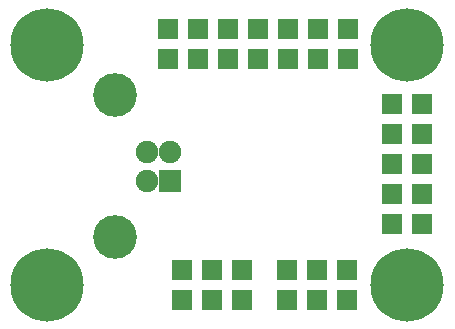
<source format=gbr>
%TF.GenerationSoftware,KiCad,Pcbnew,7.0.5.1-1-g8f565ef7f0-dirty-deb11*%
%TF.CreationDate,2023-07-07T14:49:03+00:00*%
%TF.ProjectId,USB232R02,55534232-3332-4523-9032-2e6b69636164,rev?*%
%TF.SameCoordinates,PX7f790e8PY698c050*%
%TF.FileFunction,Soldermask,Top*%
%TF.FilePolarity,Negative*%
%FSLAX46Y46*%
G04 Gerber Fmt 4.6, Leading zero omitted, Abs format (unit mm)*
G04 Created by KiCad (PCBNEW 7.0.5.1-1-g8f565ef7f0-dirty-deb11) date 2023-07-07 14:49:03*
%MOMM*%
%LPD*%
G01*
G04 APERTURE LIST*
G04 Aperture macros list*
%AMRoundRect*
0 Rectangle with rounded corners*
0 $1 Rounding radius*
0 $2 $3 $4 $5 $6 $7 $8 $9 X,Y pos of 4 corners*
0 Add a 4 corners polygon primitive as box body*
4,1,4,$2,$3,$4,$5,$6,$7,$8,$9,$2,$3,0*
0 Add four circle primitives for the rounded corners*
1,1,$1+$1,$2,$3*
1,1,$1+$1,$4,$5*
1,1,$1+$1,$6,$7*
1,1,$1+$1,$8,$9*
0 Add four rect primitives between the rounded corners*
20,1,$1+$1,$2,$3,$4,$5,0*
20,1,$1+$1,$4,$5,$6,$7,0*
20,1,$1+$1,$6,$7,$8,$9,0*
20,1,$1+$1,$8,$9,$2,$3,0*%
G04 Aperture macros list end*
%ADD10C,6.200000*%
%ADD11RoundRect,0.100000X0.850000X0.850000X-0.850000X0.850000X-0.850000X-0.850000X0.850000X-0.850000X0*%
%ADD12C,1.900000*%
%ADD13C,3.700000*%
%ADD14RoundRect,0.100000X0.762000X-0.762000X0.762000X0.762000X-0.762000X0.762000X-0.762000X-0.762000X0*%
%ADD15RoundRect,0.100000X-0.762000X-0.762000X0.762000X-0.762000X0.762000X0.762000X-0.762000X0.762000X0*%
G04 APERTURE END LIST*
D10*
%TO.C,H3*%
X0Y0D03*
%TD*%
D11*
%TO.C,J1*%
X10414000Y8763000D03*
D12*
X10414000Y11263000D03*
X8414000Y11263000D03*
X8414000Y8763000D03*
D13*
X5704000Y3993000D03*
X5704000Y16033000D03*
%TD*%
D10*
%TO.C,H4*%
X30480000Y0D03*
%TD*%
D14*
%TO.C,J3*%
X20320000Y-1270000D03*
X20320000Y1270000D03*
X22860000Y-1270000D03*
X22860000Y1270000D03*
X25400000Y-1270000D03*
X25400000Y1270000D03*
%TD*%
D10*
%TO.C,H1*%
X30480000Y20320000D03*
%TD*%
%TO.C,H2*%
X0Y20320000D03*
%TD*%
D14*
%TO.C,J18*%
X10215000Y19074000D03*
X10215000Y21614000D03*
X12755000Y19074000D03*
X12755000Y21614000D03*
X15295000Y19074000D03*
X15295000Y21614000D03*
X17835000Y19074000D03*
X17835000Y21614000D03*
X20375000Y19074000D03*
X20375000Y21614000D03*
X22915000Y19074000D03*
X22915000Y21614000D03*
X25455000Y19074000D03*
X25455000Y21614000D03*
%TD*%
D15*
%TO.C,J19*%
X29195000Y15254000D03*
X31735000Y15254000D03*
X29195000Y12714000D03*
X31735000Y12714000D03*
X29195000Y10174000D03*
X31735000Y10174000D03*
X29195000Y7634000D03*
X31735000Y7634000D03*
X29195000Y5094000D03*
X31735000Y5094000D03*
%TD*%
D14*
%TO.C,J2*%
X11430000Y-1270000D03*
X11430000Y1270000D03*
X13970000Y-1270000D03*
X13970000Y1270000D03*
X16510000Y-1270000D03*
X16510000Y1270000D03*
%TD*%
M02*

</source>
